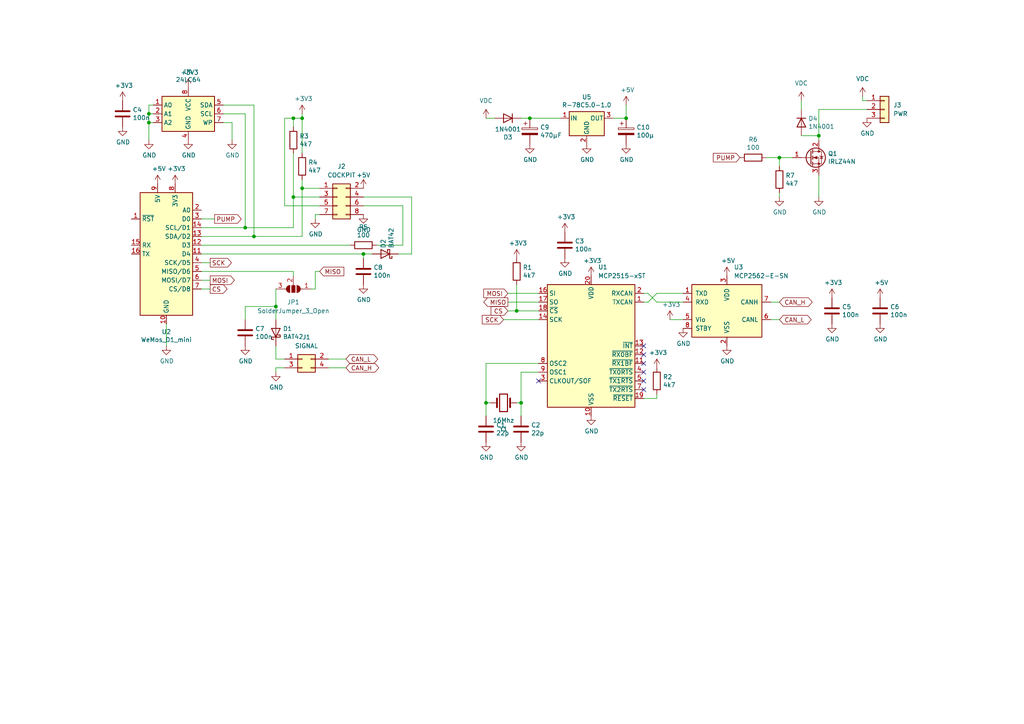
<source format=kicad_sch>
(kicad_sch (version 20211123) (generator eeschema)
  (paper "A4")
  (title_block (title "KTM CAN Oiler") (date "2022-01-17") (rev "1.3") (company "Marcel Peterkau"))
  (lib_symbols
    (symbol "Connector_Generic:Conn_01x03" (pin_names (offset 1.016) hide)
      (property "Reference" "J" (at 0 5.08 0))
      (property "Value" "Conn_01x03" (at 0 -5.08 0))
      (symbol "Conn_01x03_1_1"
        (rectangle (start -1.27 -2.413) (end 0 -2.667) (stroke (width 0.1524)))
        (rectangle (start -1.27 0.127) (end 0 -0.127) (stroke (width 0.1524)))
        (rectangle (start -1.27 2.667) (end 0 2.413) (stroke (width 0.1524)))
        (rectangle (start -1.27 3.81) (end 1.27 -3.81) (stroke (width 0.254)) (fill (type background)))
        (pin passive line (at -5.08 2.54 0) (length 3.81) (name "Pin_1") (number "1"))
        (pin passive line (at -5.08 0 0) (length 3.81) (name "Pin_2") (number "2"))
        (pin passive line (at -5.08 -2.54 0) (length 3.81) (name "Pin_3") (number "3"))
      )
    )
    (symbol "Connector_Generic:Conn_02x02_Odd_Even" (pin_names (offset 1.016) hide)
      (property "Reference" "J" (at 1.27 2.54 0))
      (property "Value" "Conn_02x02_Odd_Even" (at 1.27 -5.08 0))
      (symbol "Conn_02x02_Odd_Even_1_1"
        (rectangle (start -1.27 -2.413) (end 0 -2.667) (stroke (width 0.1524)))
        (rectangle (start -1.27 0.127) (end 0 -0.127) (stroke (width 0.1524)))
        (rectangle (start -1.27 1.27) (end 3.81 -3.81) (stroke (width 0.254)) (fill (type background)))
        (rectangle (start 3.81 -2.413) (end 2.54 -2.667) (stroke (width 0.1524)))
        (rectangle (start 3.81 0.127) (end 2.54 -0.127) (stroke (width 0.1524)))
        (pin passive line (at -5.08 0 0) (length 3.81) (name "Pin_1") (number "1"))
        (pin passive line (at 7.62 0 180) (length 3.81) (name "Pin_2") (number "2"))
        (pin passive line (at -5.08 -2.54 0) (length 3.81) (name "Pin_3") (number "3"))
        (pin passive line (at 7.62 -2.54 180) (length 3.81) (name "Pin_4") (number "4"))
      )
    )
    (symbol "Connector_Generic:Conn_02x04_Odd_Even" (pin_names (offset 1.016) hide)
      (property "Reference" "J" (at 1.27 5.08 0))
      (property "Value" "Conn_02x04_Odd_Even" (at 1.27 -7.62 0))
      (symbol "Conn_02x04_Odd_Even_1_1"
        (rectangle (start -1.27 -4.953) (end 0 -5.207) (stroke (width 0.1524)))
        (rectangle (start -1.27 -2.413) (end 0 -2.667) (stroke (width 0.1524)))
        (rectangle (start -1.27 0.127) (end 0 -0.127) (stroke (width 0.1524)))
        (rectangle (start -1.27 2.667) (end 0 2.413) (stroke (width 0.1524)))
        (rectangle (start -1.27 3.81) (end 3.81 -6.35) (stroke (width 0.254)) (fill (type background)))
        (rectangle (start 3.81 -4.953) (end 2.54 -5.207) (stroke (width 0.1524)))
        (rectangle (start 3.81 -2.413) (end 2.54 -2.667) (stroke (width 0.1524)))
        (rectangle (start 3.81 0.127) (end 2.54 -0.127) (stroke (width 0.1524)))
        (rectangle (start 3.81 2.667) (end 2.54 2.413) (stroke (width 0.1524)))
        (pin passive line (at -5.08 2.54 0) (length 3.81) (name "Pin_1") (number "1"))
        (pin passive line (at 7.62 2.54 180) (length 3.81) (name "Pin_2") (number "2"))
        (pin passive line (at -5.08 0 0) (length 3.81) (name "Pin_3") (number "3"))
        (pin passive line (at 7.62 0 180) (length 3.81) (name "Pin_4") (number "4"))
        (pin passive line (at -5.08 -2.54 0) (length 3.81) (name "Pin_5") (number "5"))
        (pin passive line (at 7.62 -2.54 180) (length 3.81) (name "Pin_6") (number "6"))
        (pin passive line (at -5.08 -5.08 0) (length 3.81) (name "Pin_7") (number "7"))
        (pin passive line (at 7.62 -5.08 180) (length 3.81) (name "Pin_8") (number "8"))
      )
    )
    (symbol "Device:C" (pin_numbers hide) (pin_names (offset 0.254))
      (property "Reference" "C" (at 0.635 2.54 0))
      (property "Value" "C" (at 0.635 -2.54 0))
      (symbol "C_0_1"
        (polyline (pts (xy -2.032 -0.762) (xy 2.032 -0.762)) (stroke (width 0.508)))
        (polyline (pts (xy -2.032 0.762) (xy 2.032 0.762)) (stroke (width 0.508)))
      )
      (symbol "C_1_1"
        (pin passive line (at 0 3.81 270) (length 2.794) (name "~") (number "1"))
        (pin passive line (at 0 -3.81 90) (length 2.794) (name "~") (number "2"))
      )
    )
    (symbol "Device:CP" (pin_numbers hide) (pin_names (offset 0.254))
      (property "Reference" "C" (at 0.635 2.54 0))
      (property "Value" "Device_CP" (at 0.635 -2.54 0))
      (symbol "CP_0_1"
        (rectangle (start -2.286 0.508) (end 2.286 1.016))
        (polyline (pts (xy -1.778 2.286) (xy -0.762 2.286)))
        (polyline (pts (xy -1.27 2.794) (xy -1.27 1.778)))
        (rectangle (start 2.286 -0.508) (end -2.286 -1.016) (fill (type outline)))
      )
      (symbol "CP_1_1"
        (pin passive line (at 0 3.81 270) (length 2.794) (name "~") (number "1"))
        (pin passive line (at 0 -3.81 90) (length 2.794) (name "~") (number "2"))
      )
    )
    (symbol "Device:Crystal" (pin_numbers hide) (pin_names (offset 1.016) hide)
      (property "Reference" "Y1" (at 0 7.62 0))
      (property "Value" "16Mhz" (at 0 5.08 0))
      (symbol "Crystal_0_1"
        (rectangle (start -1.143 2.54) (end 1.143 -2.54) (stroke (width 0.3048)))
        (polyline (pts (xy -2.54 0) (xy -1.905 0)))
        (polyline (pts (xy -1.905 -1.27) (xy -1.905 1.27)) (stroke (width 0.508)))
        (polyline (pts (xy 1.905 -1.27) (xy 1.905 1.27)) (stroke (width 0.508)))
        (polyline (pts (xy 2.54 0) (xy 1.905 0)))
      )
      (symbol "Crystal_1_1"
        (pin passive line (at -3.81 0 0) (length 1.27) (name "1") (number "1"))
        (pin passive line (at 3.81 0 180) (length 1.27) (name "3") (number "3"))
      )
    )
    (symbol "Device:R" (pin_numbers hide) (pin_names (offset 0))
      (property "Reference" "R" (at 2.032 0 90))
      (property "Value" "R" (at 0 0 90))
      (symbol "R_0_1"
        (rectangle (start -1.016 -2.54) (end 1.016 2.54) (stroke (width 0.254)))
      )
      (symbol "R_1_1"
        (pin passive line (at 0 3.81 270) (length 1.27) (name "~") (number "1"))
        (pin passive line (at 0 -3.81 90) (length 1.27) (name "~") (number "2"))
      )
    )
    (symbol "Diode:1N4001" (pin_numbers hide) (pin_names (offset 1.016) hide)
      (property "Reference" "D" (at 0 2.54 0))
      (property "Value" "1N4001" (at 0 -2.54 0))
      (symbol "1N4001_0_1"
        (polyline (pts (xy -1.27 1.27) (xy -1.27 -1.27)) (stroke (width 0.254)))
        (polyline (pts (xy 1.27 0) (xy -1.27 0)))
        (polyline (pts (xy 1.27 1.27) (xy 1.27 -1.27) (xy -1.27 0) (xy 1.27 1.27)) (stroke (width 0.254)))
      )
      (symbol "1N4001_1_1"
        (pin passive line (at -3.81 0 0) (length 2.54) (name "K") (number "1"))
        (pin passive line (at 3.81 0 180) (length 2.54) (name "A") (number "2"))
      )
    )
    (symbol "Diode:BAT42" (pin_numbers hide) (pin_names (offset 1.016) hide)
      (property "Reference" "D" (at 0 2.54 0))
      (property "Value" "BAT42" (at 0 -2.54 0))
      (symbol "BAT42_0_1"
        (polyline (pts (xy 1.27 0) (xy -1.27 0)))
        (polyline (pts (xy 1.27 1.27) (xy 1.27 -1.27) (xy -1.27 0) (xy 1.27 1.27)) (stroke (width 0.254)))
        (polyline (pts (xy -1.905 0.635) (xy -1.905 1.27) (xy -1.27 1.27) (xy -1.27 -1.27) (xy -0.635 -1.27) (xy -0.635 -0.635)) (stroke (width 0.254)))
      )
      (symbol "BAT42_1_1"
        (pin passive line (at -3.81 0 0) (length 2.54) (name "K") (number "1"))
        (pin passive line (at 3.81 0 180) (length 2.54) (name "A") (number "2"))
      )
    )
    (symbol "Interface_CAN_LIN:MCP2515-xST"
      (property "Reference" "U" (at -10.16 19.685 0))
      (property "Value" "MCP2515-xST" (at 19.05 20.32 0))
      (symbol "MCP2515-xST_0_1"
        (rectangle (start -12.7 17.78) (end 12.7 -17.78) (stroke (width 0.254)) (fill (type background)))
      )
      (symbol "MCP2515-xST_1_1"
        (pin output line (at 15.24 12.7 180) (length 2.54) (name "TXCAN") (number "1"))
        (pin power_in line (at 0 -20.32 90) (length 2.54) (name "VSS") (number "10"))
        (pin output line (at 15.24 -5.08 180) (length 2.54) (name "~{RX1BF}") (number "11"))
        (pin output line (at 15.24 -2.54 180) (length 2.54) (name "~{RX0BF}") (number "12"))
        (pin output line (at 15.24 0 180) (length 2.54) (name "~{INT}") (number "13"))
        (pin input line (at -15.24 7.62 0) (length 2.54) (name "SCK") (number "14"))
        (pin no_connect line (at -12.7 -2.54 0) (length 2.54) hide (name "NC") (number "15"))
        (pin input line (at -15.24 15.24 0) (length 2.54) (name "SI") (number "16"))
        (pin output line (at -15.24 12.7 0) (length 2.54) (name "SO") (number "17"))
        (pin input line (at -15.24 10.16 0) (length 2.54) (name "~{CS}") (number "18"))
        (pin input line (at 15.24 -15.24 180) (length 2.54) (name "~{RESET}") (number "19"))
        (pin input line (at 15.24 15.24 180) (length 2.54) (name "RXCAN") (number "2"))
        (pin power_in line (at 0 20.32 270) (length 2.54) (name "VDD") (number "20"))
        (pin output line (at -15.24 -10.16 0) (length 2.54) (name "CLKOUT/SOF") (number "3"))
        (pin input line (at 15.24 -7.62 180) (length 2.54) (name "~{TX0RTS}") (number "4"))
        (pin input line (at 15.24 -10.16 180) (length 2.54) (name "~{TX1RTS}") (number "5"))
        (pin no_connect line (at -12.7 0 0) (length 2.54) hide (name "NC") (number "6"))
        (pin input line (at 15.24 -12.7 180) (length 2.54) (name "~{TX2RTS}") (number "7"))
        (pin output line (at -15.24 -5.08 0) (length 2.54) (name "OSC2") (number "8"))
        (pin input line (at -15.24 -7.62 0) (length 2.54) (name "OSC1") (number "9"))
      )
    )
    (symbol "Interface_CAN_LIN:MCP2562-E-SN" (pin_names (offset 1.016))
      (property "Reference" "U" (at -10.16 8.89 0))
      (property "Value" "MCP2562-E-SN" (at 2.54 8.89 0))
      (symbol "MCP2562-E-SN_0_1"
        (rectangle (start -10.16 7.62) (end 10.16 -7.62) (stroke (width 0.254)) (fill (type background)))
      )
      (symbol "MCP2562-E-SN_1_1"
        (pin input line (at -12.7 5.08 0) (length 2.54) (name "TXD") (number "1"))
        (pin power_in line (at 0 -10.16 90) (length 2.54) (name "VSS") (number "2"))
        (pin power_in line (at 0 10.16 270) (length 2.54) (name "VDD") (number "3"))
        (pin output line (at -12.7 2.54 0) (length 2.54) (name "RXD") (number "4"))
        (pin power_in line (at -12.7 -2.54 0) (length 2.54) (name "Vio") (number "5"))
        (pin bidirectional line (at 12.7 -2.54 180) (length 2.54) (name "CANL") (number "6"))
        (pin bidirectional line (at 12.7 2.54 180) (length 2.54) (name "CANH") (number "7"))
        (pin input line (at -12.7 -5.08 0) (length 2.54) (name "STBY") (number "8"))
      )
    )
    (symbol "Jumper:SolderJumper_3_Open" (pin_names (offset 0) hide)
      (property "Reference" "JP" (at -2.54 -2.54 0))
      (property "Value" "SolderJumper_3_Open" (at 0 2.794 0))
      (symbol "SolderJumper_3_Open_0_1"
        (arc (start -1.016 1.016) (mid -2.032 0) (end -1.016 -1.016))
        (arc (start -1.016 1.016) (mid -2.032 0) (end -1.016 -1.016) (fill (type outline)))
        (rectangle (start -0.508 1.016) (end 0.508 -1.016) (fill (type outline)))
        (polyline (pts (xy -2.54 0) (xy -2.032 0)))
        (polyline (pts (xy -1.016 1.016) (xy -1.016 -1.016)))
        (polyline (pts (xy 0 -1.27) (xy 0 -1.016)))
        (polyline (pts (xy 1.016 1.016) (xy 1.016 -1.016)))
        (polyline (pts (xy 2.54 0) (xy 2.032 0)))
        (arc (start 1.016 -1.016) (mid 2.032 0) (end 1.016 1.016))
        (arc (start 1.016 -1.016) (mid 2.032 0) (end 1.016 1.016) (fill (type outline)))
      )
      (symbol "SolderJumper_3_Open_1_1"
        (pin passive line (at -5.08 0 0) (length 2.54) (name "A") (number "1"))
        (pin input line (at 0 -3.81 90) (length 2.54) (name "C") (number "2"))
        (pin passive line (at 5.08 0 180) (length 2.54) (name "B") (number "3"))
      )
    )
    (symbol "MCU_Module:WeMos_D1_mini"
      (property "Reference" "U" (at 3.81 19.05 0))
      (property "Value" "WeMos_D1_mini" (at 1.27 -19.05 0))
      (symbol "WeMos_D1_mini_1_1"
        (rectangle (start -7.62 17.78) (end 7.62 -17.78) (stroke (width 0.254)) (fill (type background)))
        (pin input line (at -10.16 10.16 0) (length 2.54) (name "~{RST}") (number "1"))
        (pin power_in line (at 0 -20.32 90) (length 2.54) (name "GND") (number "10"))
        (pin bidirectional line (at 10.16 0 180) (length 2.54) (name "D4") (number "11"))
        (pin bidirectional line (at 10.16 2.54 180) (length 2.54) (name "D3") (number "12"))
        (pin bidirectional line (at 10.16 5.08 180) (length 2.54) (name "SDA/D2") (number "13"))
        (pin bidirectional line (at 10.16 7.62 180) (length 2.54) (name "SCL/D1") (number "14"))
        (pin input line (at -10.16 2.54 0) (length 2.54) (name "RX") (number "15"))
        (pin output line (at -10.16 0 0) (length 2.54) (name "TX") (number "16"))
        (pin input line (at 10.16 12.7 180) (length 2.54) (name "A0") (number "2"))
        (pin bidirectional line (at 10.16 10.16 180) (length 2.54) (name "D0") (number "3"))
        (pin bidirectional line (at 10.16 -2.54 180) (length 2.54) (name "SCK/D5") (number "4"))
        (pin bidirectional line (at 10.16 -5.08 180) (length 2.54) (name "MISO/D6") (number "5"))
        (pin bidirectional line (at 10.16 -7.62 180) (length 2.54) (name "MOSI/D7") (number "6"))
        (pin bidirectional line (at 10.16 -10.16 180) (length 2.54) (name "CS/D8") (number "7"))
        (pin power_out line (at 2.54 20.32 270) (length 2.54) (name "3V3") (number "8"))
        (pin power_in line (at -2.54 20.32 270) (length 2.54) (name "5V") (number "9"))
      )
    )
    (symbol "Memory_EEPROM:24LC64"
      (property "Reference" "U" (at -6.35 6.35 0))
      (property "Value" "24LC64" (at 1.27 6.35 0))
      (symbol "24LC64_1_1"
        (rectangle (start -7.62 5.08) (end 7.62 -5.08) (stroke (width 0.254)) (fill (type background)))
        (pin input line (at -10.16 2.54 0) (length 2.54) (name "A0") (number "1"))
        (pin input line (at -10.16 0 0) (length 2.54) (name "A1") (number "2"))
        (pin input line (at -10.16 -2.54 0) (length 2.54) (name "A2") (number "3"))
        (pin power_in line (at 0 -7.62 90) (length 2.54) (name "GND") (number "4"))
        (pin bidirectional line (at 10.16 2.54 180) (length 2.54) (name "SDA") (number "5"))
        (pin input line (at 10.16 0 180) (length 2.54) (name "SCL") (number "6"))
        (pin input line (at 10.16 -2.54 180) (length 2.54) (name "WP") (number "7"))
        (pin power_in line (at 0 7.62 270) (length 2.54) (name "VCC") (number "8"))
      )
    )
    (symbol "Regulator_Switching:R-78C5.0-1.0" (pin_names (offset 0.254))
      (property "Reference" "U" (at -3.81 3.175 0))
      (property "Value" "R-78C5.0-1.0" (at 0 3.175 0))
      (symbol "R-78C5.0-1.0_0_1"
        (rectangle (start -5.08 1.905) (end 5.08 -5.08) (stroke (width 0.254)) (fill (type background)))
      )
      (symbol "R-78C5.0-1.0_1_1"
        (pin power_in line (at -7.62 0 0) (length 2.54) (name "IN") (number "1"))
        (pin power_in line (at 0 -7.62 90) (length 2.54) (name "GND") (number "2"))
        (pin power_out line (at 7.62 0 180) (length 2.54) (name "OUT") (number "3"))
      )
    )
    (symbol "Transistor_FET:IRLZ44N" (pin_names hide)
      (property "Reference" "Q" (at 6.35 1.905 0))
      (property "Value" "IRLZ44N" (at 6.35 0 0))
      (symbol "IRLZ44N_0_1"
        (polyline (pts (xy 0.254 0) (xy -2.54 0)))
        (polyline (pts (xy 0.254 1.905) (xy 0.254 -1.905)) (stroke (width 0.254)))
        (polyline (pts (xy 0.762 -1.27) (xy 0.762 -2.286)) (stroke (width 0.254)))
        (polyline (pts (xy 0.762 0.508) (xy 0.762 -0.508)) (stroke (width 0.254)))
        (polyline (pts (xy 0.762 2.286) (xy 0.762 1.27)) (stroke (width 0.254)))
        (polyline (pts (xy 2.54 2.54) (xy 2.54 1.778)))
        (polyline (pts (xy 2.54 -2.54) (xy 2.54 0) (xy 0.762 0)))
        (polyline (pts (xy 0.762 -1.778) (xy 3.302 -1.778) (xy 3.302 1.778) (xy 0.762 1.778)))
        (polyline (pts (xy 1.016 0) (xy 2.032 0.381) (xy 2.032 -0.381) (xy 1.016 0)) (fill (type outline)))
        (polyline (pts (xy 2.794 0.508) (xy 2.921 0.381) (xy 3.683 0.381) (xy 3.81 0.254)))
        (polyline (pts (xy 3.302 0.381) (xy 2.921 -0.254) (xy 3.683 -0.254) (xy 3.302 0.381)))
        (circle (center 1.651 0) (radius 2.794) (stroke (width 0.254)))
        (circle (center 2.54 -1.778) (radius 0.254) (fill (type outline)))
        (circle (center 2.54 1.778) (radius 0.254) (fill (type outline)))
      )
      (symbol "IRLZ44N_1_1"
        (pin input line (at -5.08 0 0) (length 2.54) (name "G") (number "1"))
        (pin passive line (at 2.54 5.08 270) (length 2.54) (name "D") (number "2"))
        (pin passive line (at 2.54 -5.08 90) (length 2.54) (name "S") (number "3"))
      )
    )
    (symbol "power:+3.3V" (power) (pin_names (offset 0))
      (property "Value" "+3.3V" (at 0 3.556 0))
      (symbol "+3.3V_0_1"
        (polyline (pts (xy -0.762 1.27) (xy 0 2.54)))
        (polyline (pts (xy 0 0) (xy 0 2.54)))
        (polyline (pts (xy 0 2.54) (xy 0.762 1.27)))
      )
      (symbol "+3.3V_1_1"
        (pin power_in line (at 0 0 90) (length 0) hide (name "+3V3") (number "1"))
      )
    )
    (symbol "power:+5V" (power) (pin_names (offset 0))
      (property "Value" "+5V" (at 0 3.556 0))
      (symbol "+5V_0_1"
        (polyline (pts (xy -0.762 1.27) (xy 0 2.54)))
        (polyline (pts (xy 0 0) (xy 0 2.54)))
        (polyline (pts (xy 0 2.54) (xy 0.762 1.27)))
      )
      (symbol "+5V_1_1"
        (pin power_in line (at 0 0 90) (length 0) hide (name "+5V") (number "1"))
      )
    )
    (symbol "power:GND" (power) (pin_names (offset 0))
      (property "Value" "GND" (at 0 -3.81 0))
      (symbol "GND_0_1"
        (polyline (pts (xy 0 0) (xy 0 -1.27) (xy 1.27 -1.27) (xy 0 -2.54) (xy -1.27 -1.27) (xy 0 -1.27)))
      )
      (symbol "GND_1_1"
        (pin power_in line (at 0 0 270) (length 0) hide (name "GND") (number "1"))
      )
    )
    (symbol "power:VDC" (power) (pin_names (offset 0))
      (property "Value" "VDC" (at 0 6.35 0))
      (symbol "VDC_0_1"
        (polyline (pts (xy -0.762 1.27) (xy 0 2.54)))
        (polyline (pts (xy 0 0) (xy 0 2.54)))
        (polyline (pts (xy 0 2.54) (xy 0.762 1.27)))
      )
      (symbol "VDC_1_1"
        (pin power_in line (at 0 0 90) (length 0) hide (name "VDC") (number "1"))
      )
    )
  )
  (junction (at 85.09 57.15))
  (junction (at 226.06 45.72))
  (junction (at 80.01 88.9))
  (junction (at 87.63 34.29))
  (junction (at 87.63 54.61))
  (junction (at 237.49 39.37))
  (junction (at 73.66 68.58))
  (junction (at 151.13 116.84))
  (junction (at 43.18 33.02))
  (junction (at 105.41 73.66))
  (junction (at 181.61 34.29))
  (junction (at 71.12 66.04))
  (junction (at 149.86 90.17))
  (junction (at 140.97 116.84))
  (junction (at 153.67 34.29))
  (junction (at 85.09 34.29))
  (junction (at 43.18 35.56))
  (no_connect (at 186.69 113.03))
  (no_connect (at 186.69 110.49))
  (no_connect (at 186.69 107.95))
  (no_connect (at 186.69 105.41))
  (no_connect (at 186.69 102.87))
  (no_connect (at 186.69 100.33))
  (no_connect (at 156.21 110.49))
  (wire (pts (xy 82.55 34.29) (xy 85.09 34.29)))
  (wire (pts (xy 140.97 116.84) (xy 140.97 105.41)))
  (wire (pts (xy 92.71 62.23) (xy 91.44 62.23)))
  (wire (pts (xy 105.41 73.66) (xy 107.95 73.66)))
  (wire (pts (xy 190.5 85.09) (xy 198.12 85.09)))
  (wire (pts (xy 48.26 100.33) (xy 48.26 93.98)))
  (wire (pts (xy 58.42 66.04) (xy 71.12 66.04)))
  (wire (pts (xy 58.42 68.58) (xy 73.66 68.58)))
  (wire (pts (xy 43.18 30.48) (xy 43.18 33.02)))
  (wire (pts (xy 149.86 90.17) (xy 149.86 82.55)))
  (wire (pts (xy 105.41 59.69) (xy 116.84 59.69)))
  (wire (pts (xy 250.19 29.21) (xy 251.46 29.21)))
  (wire (pts (xy 186.69 87.63) (xy 187.96 87.63)))
  (wire (pts (xy 146.05 92.71) (xy 156.21 92.71)))
  (wire (pts (xy 92.71 78.74) (xy 91.44 78.74)))
  (wire (pts (xy 71.12 66.04) (xy 85.09 66.04)))
  (wire (pts (xy 237.49 31.75) (xy 237.49 39.37)))
  (wire (pts (xy 223.52 92.71) (xy 226.06 92.71)))
  (wire (pts (xy 44.45 33.02) (xy 43.18 33.02)))
  (wire (pts (xy 109.22 71.12) (xy 116.84 71.12)))
  (wire (pts (xy 190.5 114.3) (xy 190.5 115.57)))
  (wire (pts (xy 43.18 35.56) (xy 43.18 40.64)))
  (wire (pts (xy 140.97 116.84) (xy 142.24 116.84)))
  (wire (pts (xy 85.09 78.74) (xy 85.09 80.01)))
  (wire (pts (xy 105.41 57.15) (xy 119.38 57.15)))
  (wire (pts (xy 80.01 83.82) (xy 80.01 88.9)))
  (wire (pts (xy 222.25 45.72) (xy 226.06 45.72)))
  (wire (pts (xy 85.09 44.45) (xy 85.09 57.15)))
  (wire (pts (xy 71.12 92.71) (xy 71.12 88.9)))
  (wire (pts (xy 187.96 87.63) (xy 190.5 85.09)))
  (wire (pts (xy 87.63 54.61) (xy 92.71 54.61)))
  (wire (pts (xy 190.5 87.63) (xy 198.12 87.63)))
  (wire (pts (xy 58.42 73.66) (xy 105.41 73.66)))
  (wire (pts (xy 64.77 35.56) (xy 67.31 35.56)))
  (wire (pts (xy 156.21 90.17) (xy 149.86 90.17)))
  (wire (pts (xy 85.09 57.15) (xy 92.71 57.15)))
  (wire (pts (xy 151.13 34.29) (xy 153.67 34.29)))
  (wire (pts (xy 147.32 90.17) (xy 149.86 90.17)))
  (wire (pts (xy 85.09 34.29) (xy 85.09 36.83)))
  (wire (pts (xy 71.12 33.02) (xy 71.12 66.04)))
  (wire (pts (xy 151.13 116.84) (xy 151.13 107.95)))
  (wire (pts (xy 186.69 115.57) (xy 190.5 115.57)))
  (wire (pts (xy 44.45 30.48) (xy 43.18 30.48)))
  (wire (pts (xy 80.01 104.14) (xy 82.55 104.14)))
  (wire (pts (xy 95.25 106.68) (xy 100.33 106.68)))
  (wire (pts (xy 105.41 73.66) (xy 105.41 74.93)))
  (wire (pts (xy 181.61 34.29) (xy 181.61 30.48)))
  (wire (pts (xy 226.06 45.72) (xy 229.87 45.72)))
  (wire (pts (xy 82.55 59.69) (xy 82.55 34.29)))
  (wire (pts (xy 147.32 85.09) (xy 156.21 85.09)))
  (wire (pts (xy 223.52 87.63) (xy 226.06 87.63)))
  (wire (pts (xy 237.49 57.15) (xy 237.49 50.8)))
  (wire (pts (xy 85.09 34.29) (xy 87.63 34.29)))
  (wire (pts (xy 115.57 73.66) (xy 119.38 73.66)))
  (wire (pts (xy 232.41 29.21) (xy 232.41 31.75)))
  (wire (pts (xy 64.77 33.02) (xy 71.12 33.02)))
  (wire (pts (xy 87.63 34.29) (xy 87.63 33.02)))
  (wire (pts (xy 187.96 85.09) (xy 190.5 87.63)))
  (wire (pts (xy 237.49 40.64) (xy 237.49 39.37)))
  (wire (pts (xy 67.31 35.56) (xy 67.31 40.64)))
  (wire (pts (xy 119.38 57.15) (xy 119.38 73.66)))
  (wire (pts (xy 116.84 59.69) (xy 116.84 71.12)))
  (wire (pts (xy 140.97 34.29) (xy 143.51 34.29)))
  (wire (pts (xy 58.42 78.74) (xy 85.09 78.74)))
  (wire (pts (xy 186.69 85.09) (xy 187.96 85.09)))
  (wire (pts (xy 58.42 71.12) (xy 101.6 71.12)))
  (wire (pts (xy 43.18 33.02) (xy 43.18 35.56)))
  (wire (pts (xy 71.12 88.9) (xy 80.01 88.9)))
  (wire (pts (xy 149.86 116.84) (xy 151.13 116.84)))
  (wire (pts (xy 58.42 76.2) (xy 60.96 76.2)))
  (wire (pts (xy 58.42 81.28) (xy 60.96 81.28)))
  (wire (pts (xy 237.49 31.75) (xy 251.46 31.75)))
  (wire (pts (xy 226.06 57.15) (xy 226.06 55.88)))
  (wire (pts (xy 151.13 107.95) (xy 156.21 107.95)))
  (wire (pts (xy 147.32 87.63) (xy 156.21 87.63)))
  (wire (pts (xy 58.42 63.5) (xy 62.23 63.5)))
  (wire (pts (xy 87.63 52.07) (xy 87.63 54.61)))
  (wire (pts (xy 87.63 68.58) (xy 87.63 54.61)))
  (wire (pts (xy 80.01 104.14) (xy 80.01 100.33)))
  (wire (pts (xy 140.97 120.65) (xy 140.97 116.84)))
  (wire (pts (xy 194.31 92.71) (xy 198.12 92.71)))
  (wire (pts (xy 232.41 39.37) (xy 237.49 39.37)))
  (wire (pts (xy 91.44 62.23) (xy 91.44 63.5)))
  (wire (pts (xy 58.42 83.82) (xy 60.96 83.82)))
  (wire (pts (xy 80.01 106.68) (xy 82.55 106.68)))
  (wire (pts (xy 73.66 68.58) (xy 87.63 68.58)))
  (wire (pts (xy 91.44 78.74) (xy 91.44 83.82)))
  (wire (pts (xy 44.45 35.56) (xy 43.18 35.56)))
  (wire (pts (xy 151.13 120.65) (xy 151.13 116.84)))
  (wire (pts (xy 90.17 83.82) (xy 91.44 83.82)))
  (wire (pts (xy 64.77 30.48) (xy 73.66 30.48)))
  (wire (pts (xy 226.06 48.26) (xy 226.06 45.72)))
  (wire (pts (xy 85.09 66.04) (xy 85.09 57.15)))
  (wire (pts (xy 140.97 105.41) (xy 156.21 105.41)))
  (wire (pts (xy 177.8 34.29) (xy 181.61 34.29)))
  (wire (pts (xy 87.63 44.45) (xy 87.63 34.29)))
  (wire (pts (xy 92.71 59.69) (xy 82.55 59.69)))
  (wire (pts (xy 95.25 104.14) (xy 100.33 104.14)))
  (wire (pts (xy 250.19 27.94) (xy 250.19 29.21)))
  (wire (pts (xy 73.66 30.48) (xy 73.66 68.58)))
  (wire (pts (xy 80.01 107.95) (xy 80.01 106.68)))
  (wire (pts (xy 80.01 92.71) (xy 80.01 88.9)))
  (wire (pts (xy 153.67 34.29) (xy 162.56 34.29)))
  (global_label "MOSI" (shape output) (at 60.96 81.28 0) (property "Intersheet References" "${INTERSHEET_REFS}" (effects hide)))
  (global_label "SCK" (shape input) (at 146.05 92.71 180) (property "Intersheet References" "${INTERSHEET_REFS}" (effects hide)))
  (global_label "CAN_L" (shape bidirectional) (at 100.33 104.14 0) (property "Intersheet References" "${INTERSHEET_REFS}" (effects hide)))
  (global_label "CS" (shape output) (at 60.96 83.82 0) (property "Intersheet References" "${INTERSHEET_REFS}" (effects hide)))
  (global_label "SCK" (shape output) (at 60.96 76.2 0) (property "Intersheet References" "${INTERSHEET_REFS}" (effects hide)))
  (global_label "PUMP" (shape output) (at 62.23 63.5 0) (property "Intersheet References" "${INTERSHEET_REFS}" (effects hide)))
  (global_label "CAN_H" (shape bidirectional) (at 100.33 106.68 0) (property "Intersheet References" "${INTERSHEET_REFS}" (effects hide)))
  (global_label "PUMP" (shape input) (at 214.63 45.72 180) (property "Intersheet References" "${INTERSHEET_REFS}" (effects hide)))
  (global_label "MOSI" (shape input) (at 147.32 85.09 180) (property "Intersheet References" "${INTERSHEET_REFS}" (effects hide)))
  (global_label "CAN_H" (shape bidirectional) (at 226.06 87.63 0) (property "Intersheet References" "${INTERSHEET_REFS}" (effects hide)))
  (global_label "CAN_L" (shape bidirectional) (at 226.06 92.71 0) (property "Intersheet References" "${INTERSHEET_REFS}" (effects hide)))
  (global_label "CS" (shape input) (at 147.32 90.17 180) (property "Intersheet References" "${INTERSHEET_REFS}" (effects hide)))
  (global_label "MISO" (shape input) (at 92.71 78.74 0) (property "Intersheet References" "${INTERSHEET_REFS}" (effects hide)))
  (global_label "MISO" (shape output) (at 147.32 87.63 180) (property "Intersheet References" "${INTERSHEET_REFS}" (effects hide)))
  (symbol (lib_id "MCU_Module:WeMos_D1_mini") (at 48.26 73.66 0) (unit 1)
    (property "Reference" "U2" (at 48.26 96.2406 0))
    (property "Value" "WeMos_D1_mini" (at 48.26 98.552 0))
    (property "Footprint" "Module:WEMOS_D1_mini_light" (effects hide))
    (property "Datasheet" "https://wiki.wemos.cc/products:d1:d1_mini#documentation" (effects hide))
  )
  (symbol (lib_id "Transistor_FET:IRLZ44N") (at 234.95 45.72 0) (unit 1)
    (property "Reference" "Q1" (at 240.1316 44.5516 0) (effects (justify left)))
    (property "Value" "IRLZ44N" (at 240.1316 46.863 0) (effects (justify left)))
    (property "Footprint" "Package_TO_SOT_THT:TO-220-3_Vertical" (effects hide))
    (property "Datasheet" "http://www.irf.com/product-info/datasheets/data/irlz44n.pdf" (effects hide))
  )
  (symbol (lib_id "Device:R") (at 226.06 52.07 0) (unit 1)
    (property "Reference" "R7" (at 227.838 50.9016 0) (effects (justify left)))
    (property "Value" "4k7" (at 227.838 53.213 0) (effects (justify left)))
    (property "Footprint" "Resistor_SMD:R_0805_2012Metric_Pad1.20x1.40mm_HandSolder" (effects hide))
  )
  (symbol (lib_id "Device:R") (at 218.44 45.72 270) (unit 1)
    (property "Reference" "R6" (at 218.44 40.4622 90))
    (property "Value" "100" (at 218.44 42.7736 90))
    (property "Footprint" "Resistor_SMD:R_0805_2012Metric_Pad1.20x1.40mm_HandSolder" (effects hide))
  )
  (symbol (lib_id "power:GND") (at 226.06 57.15 0) (unit 1)
    (property "Reference" "#PWR033" (effects hide))
    (property "Value" "GND" (at 226.187 61.5442 0))
  )
  (symbol (lib_id "power:GND") (at 237.49 57.15 0) (unit 1)
    (property "Reference" "#PWR035" (effects hide))
    (property "Value" "GND" (at 237.617 61.5442 0))
  )
  (symbol (lib_id "power:GND") (at 48.26 100.33 0) (unit 1)
    (property "Reference" "#PWR017" (effects hide))
    (property "Value" "GND" (at 48.387 104.7242 0))
  )
  (symbol (lib_id "power:GND") (at 251.46 34.29 0) (unit 1)
    (property "Reference" "#PWR036" (effects hide))
    (property "Value" "GND" (at 251.587 38.6842 0))
  )
  (symbol (lib_id "power:GND") (at 170.18 41.91 0) (unit 1)
    (property "Reference" "#PWR037" (effects hide))
    (property "Value" "GND" (at 170.307 46.3042 0))
  )
  (symbol (lib_id "power:+3.3V") (at 50.8 53.34 0) (unit 1)
    (property "Reference" "#PWR020" (effects hide))
    (property "Value" "+3.3V" (at 51.181 48.9458 0))
  )
  (symbol (lib_id "Regulator_Switching:R-78C5.0-1.0") (at 170.18 34.29 0) (unit 1)
    (property "Reference" "U5" (at 170.18 28.1432 0))
    (property "Value" "R-78C5.0-1.0" (at 170.18 30.4546 0))
    (property "Footprint" "Converter_DCDC:Converter_DCDC_RECOM_R-78E-0.5_THT" (effects hide))
    (property "Datasheet" "https://www.recom-power.com/pdf/Innoline/R-78Cxx-1.0.pdf" (effects hide))
  )
  (symbol (lib_id "power:+5V") (at 45.72 53.34 0) (unit 1)
    (property "Reference" "#PWR016" (effects hide))
    (property "Value" "+5V" (at 46.101 48.9458 0))
  )
  (symbol (lib_id "power:+5V") (at 181.61 30.48 0) (unit 1)
    (property "Reference" "#PWR038" (effects hide))
    (property "Value" "+5V" (at 181.991 26.0858 0))
  )
  (symbol (lib_id "Diode:BAT42") (at 80.01 96.52 90) (unit 1)
    (property "Reference" "D1" (at 82.042 95.3516 90) (effects (justify right)))
    (property "Value" "BAT42" (at 82.042 97.663 90) (effects (justify right)))
    (property "Footprint" "Diode_SMD:D_SOD-123" (effects hide))
    (property "Datasheet" "http://www.vishay.com/docs/85660/bat42.pdf" (effects hide))
    (property "Reichelt Order No." "BAT 42" (effects hide))
  )
  (symbol (lib_id "Device:C") (at 105.41 78.74 0) (unit 1)
    (property "Reference" "C8" (at 108.331 77.5716 0) (effects (justify left)))
    (property "Value" "100n" (at 108.331 79.883 0) (effects (justify left)))
    (property "Footprint" "Capacitor_SMD:C_0805_2012Metric_Pad1.18x1.45mm_HandSolder" (effects hide))
  )
  (symbol (lib_id "Device:C") (at 71.12 96.52 0) (unit 1)
    (property "Reference" "C7" (at 74.041 95.3516 0) (effects (justify left)))
    (property "Value" "100n" (at 74.041 97.663 0) (effects (justify left)))
    (property "Footprint" "Capacitor_SMD:C_0805_2012Metric_Pad1.18x1.45mm_HandSolder" (effects hide))
  )
  (symbol (lib_id "power:GND") (at 71.12 100.33 0) (unit 1)
    (property "Reference" "#PWR026" (effects hide))
    (property "Value" "GND" (at 71.247 104.7242 0))
  )
  (symbol (lib_id "power:GND") (at 105.41 82.55 0) (unit 1)
    (property "Reference" "#PWR032" (effects hide))
    (property "Value" "GND" (at 105.537 86.9442 0))
  )
  (symbol (lib_id "Diode:BAT42") (at 111.76 73.66 180) (unit 1)
    (property "Reference" "D2" (at 111.1758 72.009 90) (effects (justify right)))
    (property "Value" "BAT42" (at 113.4872 72.009 90) (effects (justify right)))
    (property "Footprint" "Diode_SMD:D_SOD-123" (effects hide))
    (property "Datasheet" "http://www.vishay.com/docs/85660/bat42.pdf" (effects hide))
    (property "Reichelt Order No." "BAT 42" (effects hide))
  )
  (symbol (lib_id "Diode:1N4001") (at 147.32 34.29 180) (unit 1)
    (property "Reference" "D3" (at 147.32 39.8018 0))
    (property "Value" "1N4001" (at 147.32 37.4904 0))
    (property "Footprint" "Diode_THT:D_DO-35_SOD27_P7.62mm_Horizontal" (effects hide))
    (property "Datasheet" "http://www.vishay.com/docs/88503/1n4001.pdf" (effects hide))
  )
  (symbol (lib_id "Device:CP") (at 153.67 38.1 0) (unit 1)
    (property "Reference" "C9" (at 156.6672 36.9316 0) (effects (justify left)))
    (property "Value" "470µF" (at 156.6672 39.243 0) (effects (justify left)))
    (property "Footprint" "Capacitor_SMD:CP_Elec_8x10" (effects hide))
    (property "Reichelt Order No." "ECC MZS350ARA471" (effects hide))
  )
  (symbol (lib_id "power:GND") (at 153.67 41.91 0) (unit 1)
    (property "Reference" "#PWR034" (effects hide))
    (property "Value" "GND" (at 153.797 46.3042 0))
  )
  (symbol (lib_id "Device:CP") (at 181.61 38.1 0) (unit 1)
    (property "Reference" "C10" (at 184.6072 36.9316 0) (effects (justify left)))
    (property "Value" "100µ" (at 184.6072 39.243 0) (effects (justify left)))
    (property "Footprint" "Capacitor_SMD:CP_Elec_6.3x7.7" (effects hide))
    (property "Reichelt Order No." "ECC HXE250ARA101" (effects hide))
  )
  (symbol (lib_id "power:GND") (at 181.61 41.91 0) (unit 1)
    (property "Reference" "#PWR039" (effects hide))
    (property "Value" "GND" (at 181.737 46.3042 0))
  )
  (symbol (lib_id "power:GND") (at 105.41 62.23 0) (unit 1)
    (property "Reference" "#PWR031" (effects hide))
    (property "Value" "GND" (at 105.537 66.6242 0))
  )
  (symbol (lib_id "power:+5V") (at 105.41 54.61 0) (unit 1)
    (property "Reference" "#PWR030" (effects hide))
    (property "Value" "+5V" (at 105.41 50.8 0))
  )
  (symbol (lib_id "Device:R") (at 105.41 71.12 270) (unit 1)
    (property "Reference" "R5" (at 105.41 65.8622 90))
    (property "Value" "100" (at 105.41 68.1736 90))
    (property "Footprint" "Resistor_SMD:R_0805_2012Metric_Pad1.20x1.40mm_HandSolder" (effects hide))
  )
  (symbol (lib_id "Diode:1N4001") (at 232.41 35.56 270) (unit 1)
    (property "Reference" "D4" (at 234.442 34.3916 90) (effects (justify left)))
    (property "Value" "1N4001" (at 234.442 36.703 90) (effects (justify left)))
    (property "Footprint" "Diode_THT:D_DO-35_SOD27_P7.62mm_Horizontal" (effects hide))
    (property "Datasheet" "http://www.vishay.com/docs/88503/1n4001.pdf" (effects hide))
  )
  (symbol (lib_id "power:GND") (at 80.01 107.95 0) (unit 1)
    (property "Reference" "#PWR027" (effects hide))
    (property "Value" "GND" (at 80.137 112.3442 0))
  )
  (symbol (lib_id "Memory_EEPROM:24LC64") (at 54.61 33.02 0) (unit 1)
    (property "Reference" "U4" (at 54.61 20.8026 0))
    (property "Value" "24LC64" (at 54.61 23.114 0))
    (property "Footprint" "Package_SO:SOIC-8_3.9x4.9mm_P1.27mm" (effects hide))
    (property "Datasheet" "http://ww1.microchip.com/downloads/en/DeviceDoc/21189f.pdf" (effects hide))
  )
  (symbol (lib_id "power:+3.3V") (at 54.61 25.4 0) (unit 1)
    (property "Reference" "#PWR021" (effects hide))
    (property "Value" "+3.3V" (at 54.991 21.0058 0))
  )
  (symbol (lib_id "power:GND") (at 54.61 40.64 0) (unit 1)
    (property "Reference" "#PWR022" (effects hide))
    (property "Value" "GND" (at 54.737 45.0342 0))
  )
  (symbol (lib_id "power:GND") (at 43.18 40.64 0) (unit 1)
    (property "Reference" "#PWR015" (effects hide))
    (property "Value" "GND" (at 43.307 45.0342 0))
  )
  (symbol (lib_id "Device:C") (at 35.56 33.02 0) (unit 1)
    (property "Reference" "C4" (at 38.481 31.8516 0) (effects (justify left)))
    (property "Value" "100n" (at 38.481 34.163 0) (effects (justify left)))
    (property "Footprint" "Capacitor_SMD:C_0805_2012Metric_Pad1.18x1.45mm_HandSolder" (effects hide))
  )
  (symbol (lib_id "power:GND") (at 35.56 36.83 0) (unit 1)
    (property "Reference" "#PWR011" (effects hide))
    (property "Value" "GND" (at 35.687 41.2242 0))
  )
  (symbol (lib_id "power:+3.3V") (at 35.56 29.21 0) (unit 1)
    (property "Reference" "#PWR010" (effects hide))
    (property "Value" "+3.3V" (at 35.941 24.8158 0))
  )
  (symbol (lib_id "power:GND") (at 67.31 40.64 0) (unit 1)
    (property "Reference" "#PWR025" (effects hide))
    (property "Value" "GND" (at 67.437 45.0342 0))
  )
  (symbol (lib_id "power:+3.3V") (at 87.63 33.02 0) (unit 1)
    (property "Reference" "#PWR028" (effects hide))
    (property "Value" "+3.3V" (at 88.011 28.6258 0))
  )
  (symbol (lib_id "power:GND") (at 91.44 63.5 0) (unit 1)
    (property "Reference" "#PWR029" (effects hide))
    (property "Value" "GND" (at 91.567 67.8942 0))
  )
  (symbol (lib_id "Device:R") (at 85.09 40.64 180) (unit 1)
    (property "Reference" "R3" (at 86.868 39.4716 0) (effects (justify right)))
    (property "Value" "4k7" (at 86.868 41.783 0) (effects (justify right)))
    (property "Footprint" "Resistor_SMD:R_0805_2012Metric_Pad1.20x1.40mm_HandSolder" (effects hide))
  )
  (symbol (lib_id "Device:R") (at 87.63 48.26 180) (unit 1)
    (property "Reference" "R4" (at 89.408 47.0916 0) (effects (justify right)))
    (property "Value" "4k7" (at 89.408 49.403 0) (effects (justify right)))
    (property "Footprint" "Resistor_SMD:R_0805_2012Metric_Pad1.20x1.40mm_HandSolder" (effects hide))
  )
  (symbol (lib_id "Device:Crystal") (at 146.05 116.84 180) (unit 1)
    (property "Reference" "Y1" (at 146.05 124.46 0))
    (property "Value" "16Mhz" (at 146.05 121.92 0))
    (property "Footprint" "Crystal:Crystal_SMD_EuroQuartz_X22-4Pin_2.5x2.0mm_HandSoldering" (effects hide))
  )
  (symbol (lib_id "power:+3.3V") (at 194.31 92.71 0) (unit 1)
    (property "Reference" "#PWR09" (effects hide))
    (property "Value" "+3.3V" (at 194.691 88.3158 0))
  )
  (symbol (lib_id "power:VDC") (at 250.19 27.94 0) (unit 1)
    (property "Reference" "#PWR0102" (effects hide))
    (property "Value" "VDC" (at 250.19 22.86 0))
  )
  (symbol (lib_id "Connector_Generic:Conn_02x04_Odd_Even") (at 97.79 57.15 0) (unit 1)
    (property "Reference" "J2" (at 99.06 48.26 0))
    (property "Value" "COCKPIT" (at 99.06 50.8 0))
    (property "Footprint" "Connector_PinHeader_2.54mm:PinHeader_2x04_P2.54mm_Horizontal" (effects hide))
  )
  (symbol (lib_id "Device:C") (at 140.97 124.46 0) (unit 1)
    (property "Reference" "C1" (at 143.891 123.2916 0) (effects (justify left)))
    (property "Value" "22p" (at 143.891 125.603 0) (effects (justify left)))
    (property "Footprint" "Capacitor_SMD:C_0805_2012Metric_Pad1.18x1.45mm_HandSolder" (effects hide))
  )
  (symbol (lib_id "Connector_Generic:Conn_02x02_Odd_Even") (at 87.63 104.14 0) (unit 1)
    (property "Reference" "J1" (at 88.9 97.79 0))
    (property "Value" "SIGNAL" (at 88.9 100.33 0))
    (property "Footprint" "Connector_PinHeader_2.54mm:PinHeader_2x02_P2.54mm_Horizontal" (effects hide))
  )
  (symbol (lib_id "power:VDC") (at 232.41 29.21 0) (unit 1)
    (property "Reference" "#PWR0103" (effects hide))
    (property "Value" "VDC" (at 232.41 24.13 0))
  )
  (symbol (lib_id "power:+3.3V") (at 149.86 74.93 0) (unit 1)
    (property "Reference" "#PWR02" (effects hide))
    (property "Value" "+3.3V" (at 150.241 70.5358 0))
  )
  (symbol (lib_id "power:GND") (at 171.45 120.65 0) (unit 1)
    (property "Reference" "#PWR07" (effects hide))
    (property "Value" "GND" (at 171.577 125.0442 0))
  )
  (symbol (lib_id "power:GND") (at 198.12 95.25 0) (unit 1)
    (property "Reference" "#PWR012" (effects hide))
    (property "Value" "GND" (at 198.247 99.6442 0))
  )
  (symbol (lib_id "power:VDC") (at 140.97 34.29 0) (unit 1)
    (property "Reference" "#PWR0101" (effects hide))
    (property "Value" "VDC" (at 140.97 29.21 0))
  )
  (symbol (lib_id "power:+3.3V") (at 241.3 86.36 0) (unit 1)
    (property "Reference" "#PWR013" (effects hide))
    (property "Value" "+3.3V" (at 241.681 81.9658 0))
  )
  (symbol (lib_id "power:+3.3V") (at 171.45 80.01 0) (unit 1)
    (property "Reference" "#PWR06" (effects hide))
    (property "Value" "+3.3V" (at 171.831 75.6158 0))
  )
  (symbol (lib_id "power:GND") (at 140.97 128.27 0) (unit 1)
    (property "Reference" "#PWR01" (effects hide))
    (property "Value" "GND" (at 141.097 132.6642 0))
  )
  (symbol (lib_id "power:GND") (at 151.13 128.27 0) (unit 1)
    (property "Reference" "#PWR03" (effects hide))
    (property "Value" "GND" (at 151.257 132.6642 0))
  )
  (symbol (lib_id "power:+5V") (at 210.82 80.01 0) (unit 1)
    (property "Reference" "#PWR018" (effects hide))
    (property "Value" "+5V" (at 211.201 75.6158 0))
  )
  (symbol (lib_id "power:GND") (at 163.83 74.93 0) (unit 1)
    (property "Reference" "#PWR05" (effects hide))
    (property "Value" "GND" (at 163.957 79.3242 0))
  )
  (symbol (lib_id "Jumper:SolderJumper_3_Open") (at 85.09 83.82 180) (unit 1)
    (property "Reference" "JP1" (at 85.09 87.63 0))
    (property "Value" "SolderJumper_3_Open" (at 85.09 90.17 0))
    (property "Footprint" "Jumper:SolderJumper-3_P1.3mm_Open_RoundedPad1.0x1.5mm_NumberLabels" (effects hide))
  )
  (symbol (lib_id "Device:R") (at 190.5 110.49 0) (unit 1)
    (property "Reference" "R2" (at 192.278 109.3216 0) (effects (justify left)))
    (property "Value" "4k7" (at 192.278 111.633 0) (effects (justify left)))
    (property "Footprint" "Resistor_SMD:R_0805_2012Metric_Pad1.20x1.40mm_HandSolder" (effects hide))
  )
  (symbol (lib_id "power:GND") (at 210.82 100.33 0) (unit 1)
    (property "Reference" "#PWR019" (effects hide))
    (property "Value" "GND" (at 210.947 104.7242 0))
  )
  (symbol (lib_id "power:GND") (at 241.3 93.98 0) (unit 1)
    (property "Reference" "#PWR014" (effects hide))
    (property "Value" "GND" (at 241.427 98.3742 0))
  )
  (symbol (lib_id "power:+3.3V") (at 190.5 106.68 0) (unit 1)
    (property "Reference" "#PWR08" (effects hide))
    (property "Value" "+3.3V" (at 190.881 102.2858 0))
  )
  (symbol (lib_id "power:+3.3V") (at 163.83 67.31 0) (unit 1)
    (property "Reference" "#PWR04" (effects hide))
    (property "Value" "+3.3V" (at 164.211 62.9158 0))
  )
  (symbol (lib_id "Device:C") (at 151.13 124.46 0) (unit 1)
    (property "Reference" "C2" (at 154.051 123.2916 0) (effects (justify left)))
    (property "Value" "22p" (at 154.051 125.603 0) (effects (justify left)))
    (property "Footprint" "Capacitor_SMD:C_0805_2012Metric_Pad1.18x1.45mm_HandSolder" (effects hide))
  )
  (symbol (lib_id "Interface_CAN_LIN:MCP2562-E-SN") (at 210.82 90.17 0) (unit 1)
    (property "Reference" "U3" (at 212.8394 77.47 0) (effects (justify left)))
    (property "Value" "MCP2562-E-SN" (at 212.8394 80.01 0) (effects (justify left)))
    (property "Footprint" "Package_SO:SOIC-8_3.9x4.9mm_P1.27mm" (effects hide))
    (property "Datasheet" "http://ww1.microchip.com/downloads/en/DeviceDoc/25167A.pdf" (effects hide))
  )
  (symbol (lib_id "power:+5V") (at 255.27 86.36 0) (unit 1)
    (property "Reference" "#PWR023" (effects hide))
    (property "Value" "+5V" (at 255.651 81.9658 0))
  )
  (symbol (lib_id "Device:R") (at 149.86 78.74 0) (unit 1)
    (property "Reference" "R1" (at 151.638 77.5716 0) (effects (justify left)))
    (property "Value" "4k7" (at 151.638 79.883 0) (effects (justify left)))
    (property "Footprint" "Resistor_SMD:R_0805_2012Metric_Pad1.20x1.40mm_HandSolder" (effects hide))
  )
  (symbol (lib_id "Device:C") (at 255.27 90.17 0) (unit 1)
    (property "Reference" "C6" (at 258.191 89.0016 0) (effects (justify left)))
    (property "Value" "100n" (at 258.191 91.313 0) (effects (justify left)))
    (property "Footprint" "Capacitor_SMD:C_0805_2012Metric_Pad1.18x1.45mm_HandSolder" (effects hide))
  )
  (symbol (lib_id "Interface_CAN_LIN:MCP2515-xST") (at 171.45 100.33 0) (unit 1)
    (property "Reference" "U1" (at 173.4694 77.47 0) (effects (justify left)))
    (property "Value" "MCP2515-xST" (at 173.4694 80.01 0) (effects (justify left)))
    (property "Footprint" "Package_SO:TSSOP-20_4.4x6.5mm_P0.65mm" (effects hide))
    (property "Datasheet" "http://ww1.microchip.com/downloads/en/DeviceDoc/21801e.pdf" (effects hide))
  )
  (symbol (lib_id "Device:C") (at 241.3 90.17 0) (unit 1)
    (property "Reference" "C5" (at 244.221 89.0016 0) (effects (justify left)))
    (property "Value" "100n" (at 244.221 91.313 0) (effects (justify left)))
    (property "Footprint" "Capacitor_SMD:C_0805_2012Metric_Pad1.18x1.45mm_HandSolder" (effects hide))
  )
  (symbol (lib_id "power:GND") (at 255.27 93.98 0) (unit 1)
    (property "Reference" "#PWR024" (effects hide))
    (property "Value" "GND" (at 255.397 98.3742 0))
  )
  (symbol (lib_id "Device:C") (at 163.83 71.12 0) (unit 1)
    (property "Reference" "C3" (at 166.751 69.9516 0) (effects (justify left)))
    (property "Value" "100n" (at 166.751 72.263 0) (effects (justify left)))
    (property "Footprint" "Capacitor_SMD:C_0805_2012Metric_Pad1.18x1.45mm_HandSolder" (effects hide))
  )
  (symbol (lib_id "Connector_Generic:Conn_01x03") (at 256.54 31.75 0) (unit 1)
    (property "Reference" "J3" (at 259.08 30.4799 0) (effects (justify left)))
    (property "Value" "PWR" (at 259.08 33.0199 0) (effects (justify left)))
    (property "Footprint" "Connector_Phoenix_MC:PhoenixContact_MC_1,5_3-G-3.81_1x03_P3.81mm_Horizontal" (effects hide))
  )
)
</source>
